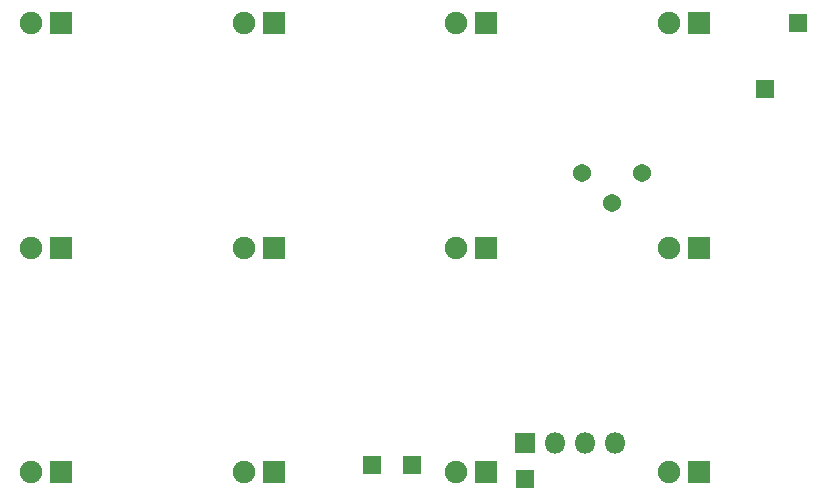
<source format=gbr>
%TF.GenerationSoftware,KiCad,Pcbnew,(5.1.6)-1*%
%TF.CreationDate,2021-04-28T12:46:05+02:00*%
%TF.ProjectId,combi_indicator,636f6d62-695f-4696-9e64-696361746f72,rev?*%
%TF.SameCoordinates,Original*%
%TF.FileFunction,Soldermask,Top*%
%TF.FilePolarity,Negative*%
%FSLAX46Y46*%
G04 Gerber Fmt 4.6, Leading zero omitted, Abs format (unit mm)*
G04 Created by KiCad (PCBNEW (5.1.6)-1) date 2021-04-28 12:46:05*
%MOMM*%
%LPD*%
G01*
G04 APERTURE LIST*
%ADD10R,1.600000X1.600000*%
%ADD11C,1.540000*%
%ADD12C,1.900000*%
%ADD13R,1.900000X1.900000*%
%ADD14O,1.800000X1.800000*%
%ADD15R,1.800000X1.800000*%
G04 APERTURE END LIST*
D10*
%TO.C,GND*%
X122860000Y-86538000D03*
%TD*%
%TO.C,LED current*%
X125654000Y-80950000D03*
%TD*%
%TO.C,+LED*%
X93015000Y-118415000D03*
%TD*%
%TO.C,GND*%
X89586000Y-118415000D03*
%TD*%
%TO.C,VCC*%
X102540000Y-119558000D03*
%TD*%
D11*
%TO.C,RV1*%
X112446000Y-93650000D03*
X109906000Y-96190000D03*
X107366000Y-93650000D03*
%TD*%
D12*
%TO.C,D12*%
X114730000Y-81000000D03*
D13*
X117270000Y-81000000D03*
%TD*%
D12*
%TO.C,D11*%
X96730000Y-81000000D03*
D13*
X99270000Y-81000000D03*
%TD*%
D12*
%TO.C,D10*%
X78730000Y-81000000D03*
D13*
X81270000Y-81000000D03*
%TD*%
D12*
%TO.C,D9*%
X60730000Y-81000000D03*
D13*
X63270000Y-81000000D03*
%TD*%
D12*
%TO.C,D8*%
X114730000Y-100000000D03*
D13*
X117270000Y-100000000D03*
%TD*%
D12*
%TO.C,D7*%
X96730000Y-100000000D03*
D13*
X99270000Y-100000000D03*
%TD*%
D12*
%TO.C,D6*%
X78730000Y-100000000D03*
D13*
X81270000Y-100000000D03*
%TD*%
D12*
%TO.C,D5*%
X60730000Y-100000000D03*
D13*
X63270000Y-100000000D03*
%TD*%
D14*
%TO.C,J1*%
X110160000Y-116510000D03*
X107620000Y-116510000D03*
X105080000Y-116510000D03*
D15*
X102540000Y-116510000D03*
%TD*%
D12*
%TO.C,D4*%
X114730000Y-119000000D03*
D13*
X117270000Y-119000000D03*
%TD*%
D12*
%TO.C,D3*%
X96730000Y-119000000D03*
D13*
X99270000Y-119000000D03*
%TD*%
D12*
%TO.C,D2*%
X78730000Y-119000000D03*
D13*
X81270000Y-119000000D03*
%TD*%
D12*
%TO.C,D1*%
X60730000Y-119000000D03*
D13*
X63270000Y-119000000D03*
%TD*%
M02*

</source>
